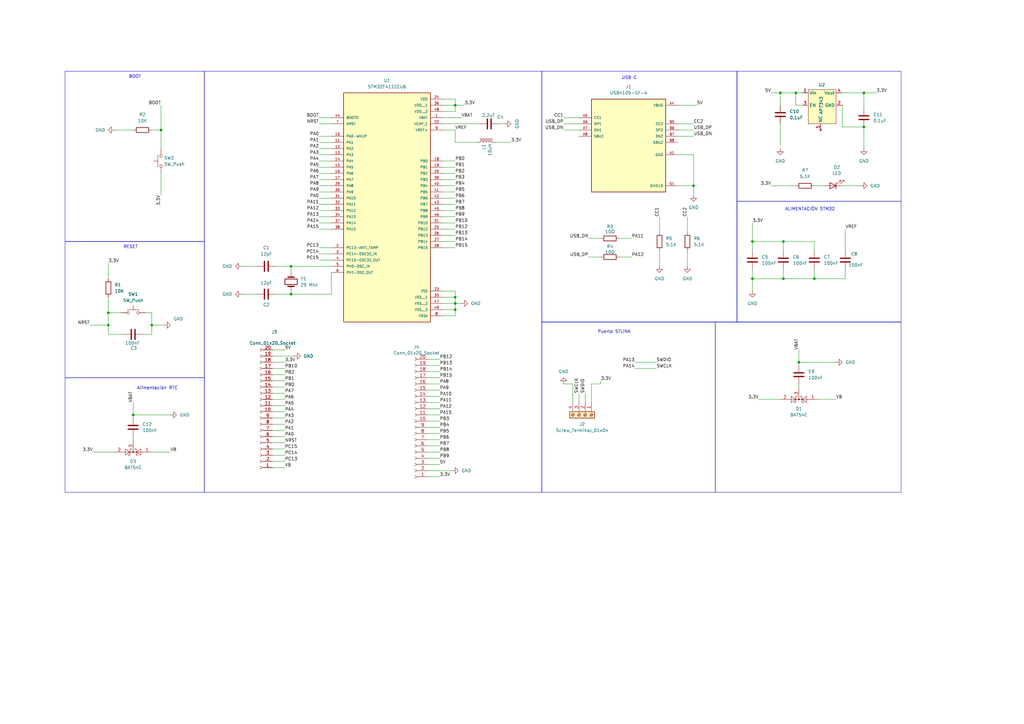
<source format=kicad_sch>
(kicad_sch (version 20231120) (generator "eeschema") (generator_version "8.0")
  (paper "A3")
  (lib_symbols
    (symbol "Connector:Conn_01x20_Socket" (pin_names (offset 1.016) hide)
      (property "Reference" "J" (at 0 25.4 0))
      (property "Value" "Conn_01x20_Socket" (at 0 -27.94 0))
      (symbol "Conn_01x20_Socket_1_1"
        (arc (start 0 -24.892) (mid -0.5058 -25.4) (end 0 -25.908) (stroke (width 0.1524)))
        (arc (start 0 -22.352) (mid -0.5058 -22.86) (end 0 -23.368) (stroke (width 0.1524)))
        (arc (start 0 -19.812) (mid -0.5058 -20.32) (end 0 -20.828) (stroke (width 0.1524)))
        (arc (start 0 -17.272) (mid -0.5058 -17.78) (end 0 -18.288) (stroke (width 0.1524)))
        (arc (start 0 -14.732) (mid -0.5058 -15.24) (end 0 -15.748) (stroke (width 0.1524)))
        (arc (start 0 -12.192) (mid -0.5058 -12.7) (end 0 -13.208) (stroke (width 0.1524)))
        (arc (start 0 -9.652) (mid -0.5058 -10.16) (end 0 -10.668) (stroke (width 0.1524)))
        (arc (start 0 -7.112) (mid -0.5058 -7.62) (end 0 -8.128) (stroke (width 0.1524)))
        (arc (start 0 -4.572) (mid -0.5058 -5.08) (end 0 -5.588) (stroke (width 0.1524)))
        (arc (start 0 -2.032) (mid -0.5058 -2.54) (end 0 -3.048) (stroke (width 0.1524)))
        (polyline (pts (xy -1.27 -25.4) (xy -0.508 -25.4)) (stroke (width 0.1524)))
        (polyline (pts (xy -1.27 -22.86) (xy -0.508 -22.86)) (stroke (width 0.1524)))
        (polyline (pts (xy -1.27 -20.32) (xy -0.508 -20.32)) (stroke (width 0.1524)))
        (polyline (pts (xy -1.27 -17.78) (xy -0.508 -17.78)) (stroke (width 0.1524)))
        (polyline (pts (xy -1.27 -15.24) (xy -0.508 -15.24)) (stroke (width 0.1524)))
        (polyline (pts (xy -1.27 -12.7) (xy -0.508 -12.7)) (stroke (width 0.1524)))
        (polyline (pts (xy -1.27 -10.16) (xy -0.508 -10.16)) (stroke (width 0.1524)))
        (polyline (pts (xy -1.27 -7.62) (xy -0.508 -7.62)) (stroke (width 0.1524)))
        (polyline (pts (xy -1.27 -5.08) (xy -0.508 -5.08)) (stroke (width 0.1524)))
        (polyline (pts (xy -1.27 -2.54) (xy -0.508 -2.54)) (stroke (width 0.1524)))
        (polyline (pts (xy -1.27 0) (xy -0.508 0)) (stroke (width 0.1524)))
        (polyline (pts (xy -1.27 2.54) (xy -0.508 2.54)) (stroke (width 0.1524)))
        (polyline (pts (xy -1.27 5.08) (xy -0.508 5.08)) (stroke (width 0.1524)))
        (polyline (pts (xy -1.27 7.62) (xy -0.508 7.62)) (stroke (width 0.1524)))
        (polyline (pts (xy -1.27 10.16) (xy -0.508 10.16)) (stroke (width 0.1524)))
        (polyline (pts (xy -1.27 12.7) (xy -0.508 12.7)) (stroke (width 0.1524)))
        (polyline (pts (xy -1.27 15.24) (xy -0.508 15.24)) (stroke (width 0.1524)))
        (polyline (pts (xy -1.27 17.78) (xy -0.508 17.78)) (stroke (width 0.1524)))
        (polyline (pts (xy -1.27 20.32) (xy -0.508 20.32)) (stroke (width 0.1524)))
        (polyline (pts (xy -1.27 22.86) (xy -0.508 22.86)) (stroke (width 0.1524)))
        (arc (start 0 0.508) (mid -0.5058 0) (end 0 -0.508) (stroke (width 0.1524)))
        (arc (start 0 3.048) (mid -0.5058 2.54) (end 0 2.032) (stroke (width 0.1524)))
        (arc (start 0 5.588) (mid -0.5058 5.08) (end 0 4.572) (stroke (width 0.1524)))
        (arc (start 0 8.128) (mid -0.5058 7.62) (end 0 7.112) (stroke (width 0.1524)))
        (arc (start 0 10.668) (mid -0.5058 10.16) (end 0 9.652) (stroke (width 0.1524)))
        (arc (start 0 13.208) (mid -0.5058 12.7) (end 0 12.192) (stroke (width 0.1524)))
        (arc (start 0 15.748) (mid -0.5058 15.24) (end 0 14.732) (stroke (width 0.1524)))
        (arc (start 0 18.288) (mid -0.5058 17.78) (end 0 17.272) (stroke (width 0.1524)))
        (arc (start 0 20.828) (mid -0.5058 20.32) (end 0 19.812) (stroke (width 0.1524)))
        (arc (start 0 23.368) (mid -0.5058 22.86) (end 0 22.352) (stroke (width 0.1524)))
        (pin passive line (at -5.08 22.86 0) (length 3.81) (name "Pin_1") (number "1"))
        (pin passive line (at -5.08 0 0) (length 3.81) (name "Pin_10") (number "10"))
        (pin passive line (at -5.08 -2.54 0) (length 3.81) (name "Pin_11") (number "11"))
        (pin passive line (at -5.08 -5.08 0) (length 3.81) (name "Pin_12") (number "12"))
        (pin passive line (at -5.08 -7.62 0) (length 3.81) (name "Pin_13") (number "13"))
        (pin passive line (at -5.08 -10.16 0) (length 3.81) (name "Pin_14") (number "14"))
        (pin passive line (at -5.08 -12.7 0) (length 3.81) (name "Pin_15") (number "15"))
        (pin passive line (at -5.08 -15.24 0) (length 3.81) (name "Pin_16") (number "16"))
        (pin passive line (at -5.08 -17.78 0) (length 3.81) (name "Pin_17") (number "17"))
        (pin passive line (at -5.08 -20.32 0) (length 3.81) (name "Pin_18") (number "18"))
        (pin passive line (at -5.08 -22.86 0) (length 3.81) (name "Pin_19") (number "19"))
        (pin passive line (at -5.08 20.32 0) (length 3.81) (name "Pin_2") (number "2"))
        (pin passive line (at -5.08 -25.4 0) (length 3.81) (name "Pin_20") (number "20"))
        (pin passive line (at -5.08 17.78 0) (length 3.81) (name "Pin_3") (number "3"))
        (pin passive line (at -5.08 15.24 0) (length 3.81) (name "Pin_4") (number "4"))
        (pin passive line (at -5.08 12.7 0) (length 3.81) (name "Pin_5") (number "5"))
        (pin passive line (at -5.08 10.16 0) (length 3.81) (name "Pin_6") (number "6"))
        (pin passive line (at -5.08 7.62 0) (length 3.81) (name "Pin_7") (number "7"))
        (pin passive line (at -5.08 5.08 0) (length 3.81) (name "Pin_8") (number "8"))
        (pin passive line (at -5.08 2.54 0) (length 3.81) (name "Pin_9") (number "9"))
      )
    )
    (symbol "Connector:Screw_Terminal_01x04" (pin_names (offset 1.016) hide)
      (property "Reference" "J" (at 0 5.08 0))
      (property "Value" "Screw_Terminal_01x04" (at 0 -7.62 0))
      (symbol "Screw_Terminal_01x04_1_1"
        (rectangle (start -1.27 3.81) (end 1.27 -6.35) (stroke (width 0.254)) (fill (type background)))
        (circle (center 0 -5.08) (radius 0.635) (stroke (width 0.1524)))
        (circle (center 0 -2.54) (radius 0.635) (stroke (width 0.1524)))
        (polyline (pts (xy -0.5334 -4.7498) (xy 0.3302 -5.588)) (stroke (width 0.1524)))
        (polyline (pts (xy -0.5334 -2.2098) (xy 0.3302 -3.048)) (stroke (width 0.1524)))
        (polyline (pts (xy -0.5334 0.3302) (xy 0.3302 -0.508)) (stroke (width 0.1524)))
        (polyline (pts (xy -0.5334 2.8702) (xy 0.3302 2.032)) (stroke (width 0.1524)))
        (polyline (pts (xy -0.3556 -4.572) (xy 0.508 -5.4102)) (stroke (width 0.1524)))
        (polyline (pts (xy -0.3556 -2.032) (xy 0.508 -2.8702)) (stroke (width 0.1524)))
        (polyline (pts (xy -0.3556 0.508) (xy 0.508 -0.3302)) (stroke (width 0.1524)))
        (polyline (pts (xy -0.3556 3.048) (xy 0.508 2.2098)) (stroke (width 0.1524)))
        (circle (center 0 0) (radius 0.635) (stroke (width 0.1524)))
        (circle (center 0 2.54) (radius 0.635) (stroke (width 0.1524)))
        (pin passive line (at -5.08 2.54 0) (length 3.81) (name "Pin_1") (number "1"))
        (pin passive line (at -5.08 0 0) (length 3.81) (name "Pin_2") (number "2"))
        (pin passive line (at -5.08 -2.54 0) (length 3.81) (name "Pin_3") (number "3"))
        (pin passive line (at -5.08 -5.08 0) (length 3.81) (name "Pin_4") (number "4"))
      )
    )
    (symbol "Device:C" (pin_numbers hide) (pin_names (offset 0.254))
      (property "Reference" "C" (at 0.635 2.54 0))
      (property "Value" "C" (at 0.635 -2.54 0))
      (symbol "C_0_1"
        (polyline (pts (xy -2.032 -0.762) (xy 2.032 -0.762)) (stroke (width 0.508)))
        (polyline (pts (xy -2.032 0.762) (xy 2.032 0.762)) (stroke (width 0.508)))
      )
      (symbol "C_1_1"
        (pin passive line (at 0 3.81 270) (length 2.794) (name "~") (number "1"))
        (pin passive line (at 0 -3.81 90) (length 2.794) (name "~") (number "2"))
      )
    )
    (symbol "Device:Crystal" (pin_numbers hide) (pin_names (offset 1.016) hide)
      (property "Reference" "Y" (at 0 3.81 0))
      (property "Value" "Crystal" (at 0 -3.81 0))
      (symbol "Crystal_0_1"
        (rectangle (start -1.143 2.54) (end 1.143 -2.54) (stroke (width 0.3048)))
        (polyline (pts (xy -2.54 0) (xy -1.905 0)))
        (polyline (pts (xy -1.905 -1.27) (xy -1.905 1.27)) (stroke (width 0.508)))
        (polyline (pts (xy 1.905 -1.27) (xy 1.905 1.27)) (stroke (width 0.508)))
        (polyline (pts (xy 2.54 0) (xy 1.905 0)))
      )
      (symbol "Crystal_1_1"
        (pin passive line (at -3.81 0 0) (length 1.27) (name "1") (number "1"))
        (pin passive line (at 3.81 0 180) (length 1.27) (name "2") (number "2"))
      )
    )
    (symbol "Device:LED" (pin_numbers hide) (pin_names (offset 1.016) hide)
      (property "Reference" "D" (at 0 2.54 0))
      (property "Value" "LED" (at 0 -2.54 0))
      (symbol "LED_0_1"
        (polyline (pts (xy -1.27 -1.27) (xy -1.27 1.27)) (stroke (width 0.254)))
        (polyline (pts (xy -1.27 0) (xy 1.27 0)))
        (polyline (pts (xy 1.27 -1.27) (xy 1.27 1.27) (xy -1.27 0) (xy 1.27 -1.27)) (stroke (width 0.254)))
        (polyline (pts (xy -3.048 -0.762) (xy -4.572 -2.286) (xy -3.81 -2.286) (xy -4.572 -2.286) (xy -4.572 -1.524)))
        (polyline (pts (xy -1.778 -0.762) (xy -3.302 -2.286) (xy -2.54 -2.286) (xy -3.302 -2.286) (xy -3.302 -1.524)))
      )
      (symbol "LED_1_1"
        (pin passive line (at -3.81 0 0) (length 2.54) (name "K") (number "1"))
        (pin passive line (at 3.81 0 180) (length 2.54) (name "A") (number "2"))
      )
    )
    (symbol "Device:L_Iron" (pin_numbers hide) (pin_names (offset 1.016) hide)
      (property "Reference" "L" (at -1.27 0 90))
      (property "Value" "L_Iron" (at 2.794 0 90))
      (symbol "L_Iron_0_1"
        (arc (start 0 -2.54) (mid 0.6323 -1.905) (end 0 -1.27))
        (arc (start 0 -1.27) (mid 0.6323 -0.635) (end 0 0))
        (polyline (pts (xy 1.016 2.54) (xy 1.016 -2.54)))
        (polyline (pts (xy 1.524 -2.54) (xy 1.524 2.54)))
        (arc (start 0 0) (mid 0.6323 0.635) (end 0 1.27))
        (arc (start 0 1.27) (mid 0.6323 1.905) (end 0 2.54))
      )
      (symbol "L_Iron_1_1"
        (pin passive line (at 0 3.81 270) (length 1.27) (name "1") (number "1"))
        (pin passive line (at 0 -3.81 90) (length 1.27) (name "2") (number "2"))
      )
    )
    (symbol "Device:R" (pin_numbers hide) (pin_names (offset 0))
      (property "Reference" "R" (at 2.032 0 90))
      (property "Value" "R" (at 0 0 90))
      (symbol "R_0_1"
        (rectangle (start -1.016 -2.54) (end 1.016 2.54) (stroke (width 0.254)))
      )
      (symbol "R_1_1"
        (pin passive line (at 0 3.81 270) (length 1.27) (name "~") (number "1"))
        (pin passive line (at 0 -3.81 90) (length 1.27) (name "~") (number "2"))
      )
    )
    (symbol "Diode:BAT54C" (pin_names (offset 1.016))
      (property "Reference" "D" (at 0.635 -3.81 0))
      (property "Value" "BAT54C" (at -6.35 3.175 0))
      (symbol "BAT54C_0_1"
        (polyline (pts (xy -1.905 0) (xy 1.905 0)))
        (polyline (pts (xy -1.905 1.27) (xy -1.905 1.016)))
        (polyline (pts (xy -1.27 -1.27) (xy -0.635 -1.27)))
        (polyline (pts (xy -1.27 0) (xy -3.81 0)))
        (polyline (pts (xy -1.27 1.27) (xy -1.905 1.27)))
        (polyline (pts (xy -1.27 1.27) (xy -1.27 -1.27)))
        (polyline (pts (xy -0.635 -1.27) (xy -0.635 -1.016)))
        (polyline (pts (xy 0.635 -1.27) (xy 0.635 -1.016)))
        (polyline (pts (xy 1.27 -1.27) (xy 0.635 -1.27)))
        (polyline (pts (xy 1.27 1.27) (xy 1.27 -1.27)))
        (polyline (pts (xy 1.27 1.27) (xy 1.905 1.27)))
        (polyline (pts (xy 1.905 1.27) (xy 1.905 1.016)))
        (polyline (pts (xy 3.81 0) (xy 1.27 0)))
        (polyline (pts (xy -3.175 -1.27) (xy -3.175 1.27) (xy -1.27 0) (xy -3.175 -1.27)))
        (polyline (pts (xy 3.175 -1.27) (xy 3.175 1.27) (xy 1.27 0) (xy 3.175 -1.27)))
        (circle (center 0 0) (radius 0.254) (fill (type outline)))
      )
      (symbol "BAT54C_1_1"
        (pin passive line (at -7.62 0 0) (length 3.81) (name "~") (number "1"))
        (pin passive line (at 7.62 0 180) (length 3.81) (name "~") (number "2"))
        (pin passive line (at 0 -5.08 90) (length 5.08) (name "~") (number "3"))
      )
    )
    (symbol "STM32F411:STM32F411CEU6" (pin_names (offset 1.016))
      (property "Reference" "U" (at -17.78 43.688 0))
      (property "Value" "STM32F411CEU6" (at -17.78 -53.34 0))
      (symbol "STM32F411CEU6_0_0"
        (rectangle (start -17.78 -50.8) (end 17.78 43.18) (stroke (width 0.254)) (fill (type background)))
        (pin power_in line (at 22.86 33.02 180) (length 5.08) (name "VBAT") (number "1"))
        (pin bidirectional line (at -22.86 25.4 0) (length 5.08) (name "PA0-WKUP") (number "10"))
        (pin bidirectional line (at -22.86 22.86 0) (length 5.08) (name "PA1") (number "11"))
        (pin bidirectional line (at -22.86 20.32 0) (length 5.08) (name "PA2") (number "12"))
        (pin bidirectional line (at -22.86 17.78 0) (length 5.08) (name "PA3") (number "13"))
        (pin bidirectional line (at -22.86 15.24 0) (length 5.08) (name "PA4") (number "14"))
        (pin bidirectional line (at -22.86 12.7 0) (length 5.08) (name "PA5") (number "15"))
        (pin bidirectional line (at -22.86 10.16 0) (length 5.08) (name "PA6") (number "16"))
        (pin bidirectional line (at -22.86 7.62 0) (length 5.08) (name "PA7") (number "17"))
        (pin bidirectional line (at 22.86 15.24 180) (length 5.08) (name "PB0") (number "18"))
        (pin bidirectional line (at 22.86 12.7 180) (length 5.08) (name "PB1") (number "19"))
        (pin bidirectional line (at -22.86 -20.32 0) (length 5.08) (name "PC13-ANTI_TAMP") (number "2"))
        (pin bidirectional line (at 22.86 10.16 180) (length 5.08) (name "PB2") (number "20"))
        (pin bidirectional line (at 22.86 -10.16 180) (length 5.08) (name "PB10") (number "21"))
        (pin power_in line (at 22.86 30.48 180) (length 5.08) (name "VCAP_1") (number "22"))
        (pin power_in line (at 22.86 -38.1 180) (length 5.08) (name "VSS") (number "23"))
        (pin power_in line (at 22.86 40.64 180) (length 5.08) (name "VDD") (number "24"))
        (pin bidirectional line (at 22.86 -12.7 180) (length 5.08) (name "PB12") (number "25"))
        (pin bidirectional line (at 22.86 -15.24 180) (length 5.08) (name "PB13") (number "26"))
        (pin bidirectional line (at 22.86 -17.78 180) (length 5.08) (name "PB14") (number "27"))
        (pin bidirectional line (at 22.86 -20.32 180) (length 5.08) (name "PB15") (number "28"))
        (pin bidirectional line (at -22.86 5.08 0) (length 5.08) (name "PA8") (number "29"))
        (pin bidirectional line (at -22.86 -22.86 0) (length 5.08) (name "PC14-OSC32_IN") (number "3"))
        (pin bidirectional line (at -22.86 2.54 0) (length 5.08) (name "PA9") (number "30"))
        (pin bidirectional line (at -22.86 0 0) (length 5.08) (name "PA10") (number "31"))
        (pin bidirectional line (at -22.86 -2.54 0) (length 5.08) (name "PA11") (number "32"))
        (pin bidirectional line (at -22.86 -5.08 0) (length 5.08) (name "PA12") (number "33"))
        (pin bidirectional line (at -22.86 -7.62 0) (length 5.08) (name "PA13") (number "34"))
        (pin power_in line (at 22.86 -40.64 180) (length 5.08) (name "VSS__1") (number "35"))
        (pin power_in line (at 22.86 38.1 180) (length 5.08) (name "VDD__1") (number "36"))
        (pin bidirectional line (at -22.86 -10.16 0) (length 5.08) (name "PA14") (number "37"))
        (pin bidirectional line (at -22.86 -12.7 0) (length 5.08) (name "PA15") (number "38"))
        (pin bidirectional line (at 22.86 7.62 180) (length 5.08) (name "PB3") (number "39"))
        (pin bidirectional line (at -22.86 -25.4 0) (length 5.08) (name "PC15-OSC32_OUT") (number "4"))
        (pin bidirectional line (at 22.86 5.08 180) (length 5.08) (name "PB4") (number "40"))
        (pin bidirectional line (at 22.86 2.54 180) (length 5.08) (name "PB5") (number "41"))
        (pin bidirectional line (at 22.86 0 180) (length 5.08) (name "PB6") (number "42"))
        (pin bidirectional line (at 22.86 -2.54 180) (length 5.08) (name "PB7") (number "43"))
        (pin input line (at -22.86 33.02 0) (length 5.08) (name "BOOT0") (number "44"))
        (pin bidirectional line (at 22.86 -5.08 180) (length 5.08) (name "PB8") (number "45"))
        (pin bidirectional line (at 22.86 -7.62 180) (length 5.08) (name "PB9") (number "46"))
        (pin power_in line (at 22.86 -43.18 180) (length 5.08) (name "VSS__2") (number "47"))
        (pin power_in line (at 22.86 35.56 180) (length 5.08) (name "VDD__2") (number "48"))
        (pin power_in line (at 22.86 -45.72 180) (length 5.08) (name "VSS__3") (number "49"))
        (pin bidirectional line (at -22.86 -27.94 0) (length 5.08) (name "PH0-OSC_IN") (number "5"))
        (pin bidirectional line (at -22.86 -30.48 0) (length 5.08) (name "PH1-OSC_OUT") (number "6"))
        (pin bidirectional line (at -22.86 30.48 0) (length 5.08) (name "NRST") (number "7"))
        (pin power_in line (at 22.86 -48.26 180) (length 5.08) (name "VSSA") (number "8"))
        (pin power_in line (at 22.86 27.94 180) (length 5.08) (name "VREF+") (number "9"))
      )
    )
    (symbol "Switch:SW_Push" (pin_numbers hide) (pin_names (offset 1.016) hide)
      (property "Reference" "SW" (at 1.27 2.54 0))
      (property "Value" "SW_Push" (at 0 -1.524 0))
      (symbol "SW_Push_0_1"
        (circle (center -2.032 0) (radius 0.508))
        (polyline (pts (xy 0 1.27) (xy 0 3.048)))
        (polyline (pts (xy 2.54 1.27) (xy -2.54 1.27)))
        (circle (center 2.032 0) (radius 0.508))
        (pin passive line (at -5.08 0 0) (length 2.54) (name "1") (number "1"))
        (pin passive line (at 5.08 0 180) (length 2.54) (name "2") (number "2"))
      )
    )
    (symbol "USB_TYPE_C:USB4105-GF-A" (pin_names (offset 1.016))
      (property "Reference" "J" (at -15.24 13.97 0))
      (property "Value" "USB4105-GF-A" (at -15.24 -27.94 0))
      (symbol "USB4105-GF-A_0_0"
        (rectangle (start -15.24 -25.4) (end 15.24 12.7) (stroke (width 0.254)) (fill (type background)))
        (pin bidirectional line (at -20.32 5.08 0) (length 5.08) (name "CC1") (number "A5"))
        (pin bidirectional line (at -20.32 2.54 0) (length 5.08) (name "DP1") (number "A6"))
        (pin bidirectional line (at -20.32 0 0) (length 5.08) (name "DN1") (number "A7"))
        (pin bidirectional line (at -20.32 -2.54 0) (length 5.08) (name "SBU1") (number "A8"))
        (pin bidirectional line (at 20.32 2.54 180) (length 5.08) (name "CC2") (number "B5"))
        (pin bidirectional line (at 20.32 0 180) (length 5.08) (name "DP2") (number "B6"))
        (pin bidirectional line (at 20.32 -2.54 180) (length 5.08) (name "DN2") (number "B7"))
        (pin bidirectional line (at 20.32 -5.08 180) (length 5.08) (name "SBU2") (number "B8"))
      )
      (symbol "USB4105-GF-A_1_0"
        (pin power_in line (at 20.32 -10.16 180) (length 5.08) (name "GND") (number "A1"))
        (pin power_in line (at 20.32 10.16 180) (length 5.08) (name "VBUS") (number "A4"))
        (pin power_in line (at 20.32 -22.86 180) (length 5.08) (name "SHIELD") (number "S1"))
      )
    )
    (symbol "ap7343:AP7343"
      (property "Reference" "U" (at 3.048 -0.508 0))
      (property "Value" "AP7343" (at 2.794 -8.89 90))
      (symbol "AP7343_0_1"
        (rectangle (start -2.54 -2.54) (end 8.89 -16.51) (fill (type background)))
      )
      (symbol "AP7343_1_1"
        (pin passive line (at -5.08 -3.81 0) (length 2.54) (name "Vin") (number "1"))
        (pin passive line (at 11.43 -8.89 180) (length 2.54) (name "GND") (number "2"))
        (pin passive line (at -5.08 -8.89 0) (length 2.54) (name "EN") (number "3"))
        (pin passive line (at 11.43 -3.81 180) (length 2.54) (name "Vout") (number "4"))
        (pin no_connect line (at 2.54 -19.05 90) (length 2.54) (name "NC") (number "5"))
      )
    )
    (symbol "power:GND" (power) (pin_numbers hide) (pin_names (offset 0) hide)
      (property "Value" "GND" (at 0 -3.81 0))
      (symbol "GND_0_1"
        (polyline (pts (xy 0 0) (xy 0 -1.27) (xy 1.27 -1.27) (xy 0 -2.54) (xy -1.27 -1.27) (xy 0 -1.27)))
      )
      (symbol "GND_1_1"
        (pin power_in line (at 0 0 270) (length 0) (name "~") (number "1"))
      )
    )
  )
  (junction (at 186.69 127))
  (junction (at 327.66 148.59))
  (junction (at 66.04 53.34))
  (junction (at 334.01 114.3))
  (junction (at 308.61 99.06))
  (junction (at 62.23 133.35))
  (junction (at 54.61 170.18))
  (junction (at 119.38 120.65))
  (junction (at 354.33 52.07))
  (junction (at 308.61 114.3))
  (junction (at 186.69 124.46))
  (junction (at 186.69 43.18))
  (junction (at 321.31 114.3))
  (junction (at 284.48 76.2))
  (junction (at 320.04 38.1))
  (junction (at 186.69 121.92))
  (junction (at 44.45 128.27))
  (junction (at 354.33 38.1))
  (junction (at 321.31 99.06))
  (junction (at 119.38 109.22))
  (junction (at 44.45 133.35))
  (junction (at 326.39 38.1))
  (wire (pts (xy 99.06 109.22) (xy 105.41 109.22)))
  (wire (pts (xy 54.61 171.45) (xy 54.61 170.18)))
  (wire (pts (xy 44.45 133.35) (xy 44.45 137.16)))
  (wire (pts (xy 38.1 185.42) (xy 46.99 185.42)))
  (wire (pts (xy 181.61 121.92) (xy 186.69 121.92)))
  (wire (pts (xy 278.13 55.88) (xy 284.48 55.88)))
  (wire (pts (xy 130.81 88.9) (xy 135.89 88.9)))
  (wire (pts (xy 181.61 73.66) (xy 186.69 73.66)))
  (wire (pts (xy 175.26 149.86) (xy 180.34 149.86)))
  (wire (pts (xy 175.26 172.72) (xy 180.34 172.72)))
  (wire (pts (xy 130.81 93.98) (xy 135.89 93.98)))
  (wire (pts (xy 130.81 73.66) (xy 135.89 73.66)))
  (wire (pts (xy 175.26 170.18) (xy 180.34 170.18)))
  (wire (pts (xy 119.38 109.22) (xy 119.38 111.76)))
  (wire (pts (xy 186.69 121.92) (xy 186.69 124.46)))
  (wire (pts (xy 186.69 119.38) (xy 186.69 121.92)))
  (wire (pts (xy 237.49 161.29) (xy 237.49 165.1)))
  (wire (pts (xy 181.61 83.82) (xy 186.69 83.82)))
  (wire (pts (xy 181.61 99.06) (xy 186.69 99.06)))
  (wire (pts (xy 181.61 101.6) (xy 186.69 101.6)))
  (wire (pts (xy 231.14 53.34) (xy 237.49 53.34)))
  (wire (pts (xy 111.76 163.83) (xy 116.84 163.83)))
  (wire (pts (xy 130.81 76.2) (xy 135.89 76.2)))
  (wire (pts (xy 308.61 91.44) (xy 308.61 99.06)))
  (wire (pts (xy 181.61 127) (xy 186.69 127)))
  (wire (pts (xy 327.66 148.59) (xy 342.9 148.59)))
  (wire (pts (xy 246.38 157.48) (xy 242.57 157.48)))
  (wire (pts (xy 66.04 71.12) (xy 66.04 80.01)))
  (wire (pts (xy 66.04 43.18) (xy 66.04 53.34)))
  (wire (pts (xy 175.26 154.94) (xy 180.34 154.94)))
  (wire (pts (xy 270.51 102.87) (xy 270.51 109.22)))
  (wire (pts (xy 175.26 165.1) (xy 180.34 165.1)))
  (wire (pts (xy 181.61 88.9) (xy 186.69 88.9)))
  (wire (pts (xy 335.28 163.83) (xy 342.9 163.83)))
  (wire (pts (xy 181.61 53.34) (xy 186.69 53.34)))
  (wire (pts (xy 130.81 63.5) (xy 135.89 63.5)))
  (wire (pts (xy 54.61 179.07) (xy 54.61 180.34)))
  (wire (pts (xy 130.81 48.26) (xy 135.89 48.26)))
  (wire (pts (xy 181.61 71.12) (xy 186.69 71.12)))
  (wire (pts (xy 130.81 91.44) (xy 135.89 91.44)))
  (wire (pts (xy 111.76 151.13) (xy 116.84 151.13)))
  (wire (pts (xy 231.14 157.48) (xy 234.95 157.48)))
  (wire (pts (xy 111.76 143.51) (xy 116.84 143.51)))
  (wire (pts (xy 260.35 148.59) (xy 269.24 148.59)))
  (wire (pts (xy 327.66 143.51) (xy 327.66 148.59)))
  (wire (pts (xy 346.71 93.98) (xy 346.71 102.87)))
  (wire (pts (xy 327.66 157.48) (xy 327.66 158.75)))
  (wire (pts (xy 345.44 43.18) (xy 345.44 52.07)))
  (wire (pts (xy 130.81 86.36) (xy 135.89 86.36)))
  (wire (pts (xy 281.94 102.87) (xy 281.94 109.22)))
  (wire (pts (xy 54.61 170.18) (xy 69.85 170.18)))
  (wire (pts (xy 113.03 120.65) (xy 119.38 120.65)))
  (wire (pts (xy 130.81 81.28) (xy 135.89 81.28)))
  (wire (pts (xy 44.45 128.27) (xy 44.45 133.35)))
  (wire (pts (xy 254 97.79) (xy 259.08 97.79)))
  (wire (pts (xy 175.26 185.42) (xy 180.34 185.42)))
  (wire (pts (xy 320.04 50.8) (xy 320.04 59.69)))
  (wire (pts (xy 181.61 91.44) (xy 186.69 91.44)))
  (wire (pts (xy 231.14 48.26) (xy 237.49 48.26)))
  (wire (pts (xy 111.76 153.67) (xy 116.84 153.67)))
  (wire (pts (xy 111.76 179.07) (xy 116.84 179.07)))
  (wire (pts (xy 62.23 53.34) (xy 66.04 53.34)))
  (wire (pts (xy 320.04 38.1) (xy 320.04 43.18)))
  (wire (pts (xy 175.26 152.4) (xy 180.34 152.4)))
  (wire (pts (xy 181.61 124.46) (xy 186.69 124.46)))
  (wire (pts (xy 234.95 157.48) (xy 234.95 165.1)))
  (wire (pts (xy 311.15 163.83) (xy 320.04 163.83)))
  (wire (pts (xy 326.39 38.1) (xy 326.39 43.18)))
  (wire (pts (xy 278.13 63.5) (xy 284.48 63.5)))
  (wire (pts (xy 130.81 55.88) (xy 135.89 55.88)))
  (wire (pts (xy 135.89 111.76) (xy 135.89 120.65)))
  (wire (pts (xy 281.94 88.9) (xy 281.94 95.25)))
  (wire (pts (xy 308.61 114.3) (xy 321.31 114.3)))
  (wire (pts (xy 181.61 129.54) (xy 186.69 129.54)))
  (wire (pts (xy 308.61 99.06) (xy 321.31 99.06)))
  (wire (pts (xy 119.38 109.22) (xy 135.89 109.22)))
  (wire (pts (xy 130.81 60.96) (xy 135.89 60.96)))
  (wire (pts (xy 181.61 86.36) (xy 186.69 86.36)))
  (wire (pts (xy 111.76 158.75) (xy 116.84 158.75)))
  (wire (pts (xy 181.61 40.64) (xy 186.69 40.64)))
  (wire (pts (xy 59.69 128.27) (xy 62.23 128.27)))
  (wire (pts (xy 130.81 68.58) (xy 135.89 68.58)))
  (wire (pts (xy 181.61 93.98) (xy 186.69 93.98)))
  (wire (pts (xy 186.69 124.46) (xy 186.69 127)))
  (wire (pts (xy 308.61 114.3) (xy 308.61 119.38)))
  (wire (pts (xy 181.61 45.72) (xy 186.69 45.72)))
  (wire (pts (xy 175.26 160.02) (xy 180.34 160.02)))
  (wire (pts (xy 231.14 50.8) (xy 237.49 50.8)))
  (wire (pts (xy 111.76 146.05) (xy 120.65 146.05)))
  (wire (pts (xy 50.8 137.16) (xy 44.45 137.16)))
  (wire (pts (xy 278.13 76.2) (xy 284.48 76.2)))
  (wire (pts (xy 130.81 101.6) (xy 135.89 101.6)))
  (wire (pts (xy 111.76 171.45) (xy 116.84 171.45)))
  (wire (pts (xy 62.23 133.35) (xy 67.31 133.35)))
  (wire (pts (xy 278.13 43.18) (xy 285.75 43.18)))
  (wire (pts (xy 62.23 133.35) (xy 62.23 128.27)))
  (wire (pts (xy 326.39 38.1) (xy 328.93 38.1)))
  (wire (pts (xy 278.13 53.34) (xy 284.48 53.34)))
  (wire (pts (xy 181.61 81.28) (xy 186.69 81.28)))
  (wire (pts (xy 254 105.41) (xy 259.08 105.41)))
  (wire (pts (xy 241.3 97.79) (xy 246.38 97.79)))
  (wire (pts (xy 130.81 58.42) (xy 135.89 58.42)))
  (wire (pts (xy 186.69 53.34) (xy 186.69 58.42)))
  (wire (pts (xy 181.61 68.58) (xy 186.69 68.58)))
  (wire (pts (xy 181.61 66.04) (xy 186.69 66.04)))
  (wire (pts (xy 175.26 180.34) (xy 180.34 180.34)))
  (wire (pts (xy 58.42 137.16) (xy 62.23 137.16)))
  (wire (pts (xy 99.06 120.65) (xy 105.41 120.65)))
  (wire (pts (xy 181.61 78.74) (xy 186.69 78.74)))
  (wire (pts (xy 175.26 157.48) (xy 180.34 157.48)))
  (wire (pts (xy 308.61 110.49) (xy 308.61 114.3)))
  (wire (pts (xy 354.33 38.1) (xy 354.33 44.45)))
  (wire (pts (xy 175.26 175.26) (xy 180.34 175.26)))
  (wire (pts (xy 36.83 133.35) (xy 44.45 133.35)))
  (wire (pts (xy 46.99 53.34) (xy 54.61 53.34)))
  (wire (pts (xy 308.61 99.06) (xy 308.61 102.87)))
  (wire (pts (xy 186.69 43.18) (xy 190.5 43.18)))
  (wire (pts (xy 119.38 119.38) (xy 119.38 120.65)))
  (wire (pts (xy 175.26 190.5) (xy 180.34 190.5)))
  (wire (pts (xy 334.01 114.3) (xy 346.71 114.3)))
  (wire (pts (xy 44.45 107.95) (xy 44.45 114.3)))
  (wire (pts (xy 175.26 182.88) (xy 180.34 182.88)))
  (wire (pts (xy 130.81 106.68) (xy 135.89 106.68)))
  (wire (pts (xy 175.26 147.32) (xy 180.34 147.32)))
  (wire (pts (xy 175.26 193.04) (xy 185.42 193.04)))
  (wire (pts (xy 186.69 124.46) (xy 189.23 124.46)))
  (wire (pts (xy 321.31 99.06) (xy 334.01 99.06)))
  (wire (pts (xy 130.81 78.74) (xy 135.89 78.74)))
  (wire (pts (xy 44.45 128.27) (xy 49.53 128.27)))
  (wire (pts (xy 130.81 104.14) (xy 135.89 104.14)))
  (wire (pts (xy 278.13 50.8) (xy 284.48 50.8)))
  (wire (pts (xy 345.44 52.07) (xy 354.33 52.07)))
  (wire (pts (xy 354.33 38.1) (xy 359.41 38.1)))
  (wire (pts (xy 321.31 102.87) (xy 321.31 99.06)))
  (wire (pts (xy 181.61 50.8) (xy 196.85 50.8)))
  (wire (pts (xy 241.3 105.41) (xy 246.38 105.41)))
  (wire (pts (xy 260.35 151.13) (xy 269.24 151.13)))
  (wire (pts (xy 111.76 168.91) (xy 116.84 168.91)))
  (wire (pts (xy 354.33 52.07) (xy 354.33 60.96)))
  (wire (pts (xy 130.81 50.8) (xy 135.89 50.8)))
  (wire (pts (xy 130.81 83.82) (xy 135.89 83.82)))
  (wire (pts (xy 203.2 58.42) (xy 209.55 58.42)))
  (wire (pts (xy 345.44 38.1) (xy 354.33 38.1)))
  (wire (pts (xy 111.76 156.21) (xy 116.84 156.21)))
  (wire (pts (xy 62.23 133.35) (xy 62.23 137.16)))
  (wire (pts (xy 175.26 187.96) (xy 180.34 187.96)))
  (wire (pts (xy 327.66 149.86) (xy 327.66 148.59)))
  (wire (pts (xy 204.47 50.8) (xy 207.01 50.8)))
  (wire (pts (xy 334.01 102.87) (xy 334.01 99.06)))
  (wire (pts (xy 111.76 148.59) (xy 116.84 148.59)))
  (wire (pts (xy 328.93 43.18) (xy 326.39 43.18)))
  (wire (pts (xy 284.48 63.5) (xy 284.48 76.2)))
  (wire (pts (xy 321.31 114.3) (xy 334.01 114.3)))
  (wire (pts (xy 186.69 40.64) (xy 186.69 43.18)))
  (wire (pts (xy 130.81 66.04) (xy 135.89 66.04)))
  (wire (pts (xy 320.04 38.1) (xy 326.39 38.1)))
  (wire (pts (xy 175.26 162.56) (xy 180.34 162.56)))
  (wire (pts (xy 246.38 156.21) (xy 246.38 157.48)))
  (wire (pts (xy 186.69 43.18) (xy 186.69 45.72)))
  (wire (pts (xy 316.23 38.1) (xy 320.04 38.1)))
  (wire (pts (xy 54.61 165.1) (xy 54.61 170.18)))
  (wire (pts (xy 195.58 58.42) (xy 186.69 58.42)))
  (wire (pts (xy 111.76 166.37) (xy 116.84 166.37)))
  (wire (pts (xy 111.76 186.69) (xy 116.84 186.69)))
  (wire (pts (xy 240.03 161.29) (xy 240.03 165.1)))
  (wire (pts (xy 345.44 76.2) (xy 353.06 76.2)))
  (wire (pts (xy 111.76 176.53) (xy 116.84 176.53)))
  (wire (pts (xy 62.23 185.42) (xy 69.85 185.42)))
  (wire (pts (xy 111.76 184.15) (xy 116.84 184.15)))
  (wire (pts (xy 181.61 119.38) (xy 186.69 119.38)))
  (wire (pts (xy 66.04 53.34) (xy 66.04 60.96)))
  (wire (pts (xy 346.71 110.49) (xy 346.71 114.3)))
  (wire (pts (xy 284.48 76.2) (xy 284.48 80.01)))
  (wire (pts (xy 334.01 110.49) (xy 334.01 114.3)))
  (wire (pts (xy 111.76 191.77) (xy 116.84 191.77)))
  (wire (pts (xy 111.76 181.61) (xy 116.84 181.61)))
  (wire (pts (xy 175.26 195.58) (xy 180.34 195.58)))
  (wire (pts (xy 186.69 127) (xy 186.69 129.54)))
  (wire (pts (xy 44.45 121.92) (xy 44.45 128.27)))
  (wire (pts (xy 175.26 177.8) (xy 180.34 177.8)))
  (wire (pts (xy 113.03 109.22) (xy 119.38 109.22)))
  (wire (pts (xy 181.61 96.52) (xy 186.69 96.52)))
  (wire (pts (xy 242.57 157.48) (xy 242.57 165.1)))
  (wire (pts (xy 111.76 161.29) (xy 116.84 161.29)))
  (wire (pts (xy 111.76 189.23) (xy 116.84 189.23)))
  (wire (pts (xy 181.61 76.2) (xy 186.69 76.2)))
  (wire (pts (xy 130.81 71.12) (xy 135.89 71.12)))
  (wire (pts (xy 270.51 88.9) (xy 270.51 95.25)))
  (wire (pts (xy 181.61 48.26) (xy 189.23 48.26)))
  (wire (pts (xy 321.31 114.3) (xy 321.31 110.49)))
  (wire (pts (xy 316.23 76.2) (xy 326.39 76.2)))
  (wire (pts (xy 334.01 76.2) (xy 337.82 76.2)))
  (wire (pts (xy 175.26 167.64) (xy 180.34 167.64)))
  (wire (pts (xy 111.76 173.99) (xy 116.84 173.99)))
  (wire (pts (xy 119.38 120.65) (xy 135.89 120.65)))
  (wire (pts (xy 181.61 43.18) (xy 186.69 43.18)))
  (rectangle (start 222.25 29.21) (end 302.26 132.08))
  (rectangle (start 302.26 29.21) (end 369.57 82.55))
  (rectangle (start 26.67 154.94) (end 83.82 201.93))
  (rectangle (start 26.67 29.21) (end 83.82 99.06))
  (rectangle (start 302.26 82.55) (end 369.57 132.08))
  (rectangle (start 83.82 29.21) (end 222.25 201.93))
  (rectangle (start 222.25 132.08) (end 293.37 201.93))
  (rectangle (start 26.67 99.06) (end 83.82 154.94))
  (rectangle (start 293.37 132.08) (end 369.57 201.93))
  (text "Alimentación RTC\n" (at 64.516 159.258 0) (effects (font (size 1.27 1.27))))
  (text "RESET\n" (at 53.594 101.346 0) (effects (font (size 1.27 1.27))))
  (text "Puerto STLINK\n" (at 251.968 136.144 0) (effects (font (size 1.27 1.27))))
  (text "BOOT\n" (at 55.372 31.496 0) (effects (font (size 1.27 1.27))))
  (text "ALIMENTACIÓN STM32\n" (at 332.232 85.852 0) (effects (font (size 1.27 1.27))))
  (text "USB C\n" (at 258.064 32.004 0) (effects (font (size 1.27 1.27))))
  (label "PA13" (at 260.35 148.59 180))
  (label "PB4" (at 186.69 76.2 0))
  (label "PA0" (at 130.81 55.88 180))
  (label "PB2" (at 116.84 153.67 0))
  (label "CC1" (at 270.51 88.9 90))
  (label "PA9" (at 130.81 78.74 180))
  (label "SWDIO" (at 240.03 161.29 90))
  (label "PB0" (at 116.84 158.75 0))
  (label "PB15" (at 186.69 101.6 0))
  (label "PA1" (at 130.81 58.42 180))
  (label "5V" (at 180.34 190.5 0))
  (label "PB0" (at 186.69 66.04 0))
  (label "PB2" (at 186.69 71.12 0))
  (label "PC13" (at 116.84 189.23 0))
  (label "PB6" (at 186.69 81.28 0))
  (label "PB8" (at 180.34 185.42 0))
  (label "PB9" (at 180.34 187.96 0))
  (label "PA6" (at 130.81 71.12 180))
  (label "PC14" (at 116.84 186.69 0))
  (label "PB7" (at 186.69 83.82 0))
  (label "PA12" (at 130.81 86.36 180))
  (label "3.3V" (at 116.84 148.59 0))
  (label "PA0" (at 116.84 179.07 0))
  (label "PA14" (at 130.81 91.44 180))
  (label "USB_DP" (at 241.3 105.41 180))
  (label "PB9" (at 186.69 88.9 0))
  (label "PC15" (at 130.81 106.68 180))
  (label "3.3V" (at 38.1 185.42 180))
  (label "PA9" (at 180.34 160.02 0))
  (label "3.3V" (at 246.38 156.21 0))
  (label "PA14" (at 260.35 151.13 180))
  (label "NRST" (at 116.84 181.61 0))
  (label "PB12" (at 186.69 93.98 0))
  (label "PA5" (at 130.81 68.58 180))
  (label "PB1" (at 116.84 156.21 0))
  (label "PB5" (at 186.69 78.74 0))
  (label "PA0" (at 130.81 81.28 180))
  (label "PB14" (at 186.69 99.06 0))
  (label "PA13" (at 130.81 88.9 180))
  (label "PA8" (at 130.81 76.2 180))
  (label "PA5" (at 116.84 166.37 0))
  (label "3.3V" (at 311.15 163.83 180))
  (label "PB7" (at 180.34 182.88 0))
  (label "5V" (at 116.84 143.51 0))
  (label "VB" (at 116.84 191.77 0))
  (label "PB8" (at 186.69 86.36 0))
  (label "PB12" (at 180.34 147.32 0))
  (label "NRST" (at 130.81 50.8 180))
  (label "PB15" (at 180.34 154.94 0))
  (label "PA7" (at 116.84 161.29 0))
  (label "PA3" (at 116.84 171.45 0))
  (label "BOOT" (at 66.04 43.18 180))
  (label "3.3V" (at 359.41 38.1 0))
  (label "VBAT" (at 327.66 143.51 90))
  (label "PA8" (at 180.34 157.48 0))
  (label "PA12" (at 180.34 167.64 0))
  (label "USB_DP" (at 231.14 50.8 180))
  (label "PA15" (at 180.34 170.18 0))
  (label "PB3" (at 180.34 172.72 0))
  (label "USB_DN" (at 284.48 55.88 0))
  (label "PA12" (at 259.08 105.41 0))
  (label "SWCLK" (at 237.49 161.29 90))
  (label "USB_DN" (at 241.3 97.79 180))
  (label "5V" (at 316.23 38.1 180))
  (label "PA4" (at 116.84 168.91 0))
  (label "PB10" (at 116.84 151.13 0))
  (label "3.3V" (at 190.5 43.18 0))
  (label "PA2" (at 130.81 60.96 180))
  (label "PB14" (at 180.34 152.4 0))
  (label "USB_DN" (at 231.14 53.34 180))
  (label "PC15" (at 116.84 184.15 0))
  (label "3.3V" (at 308.61 91.44 0))
  (label "PC14" (at 130.81 104.14 180))
  (label "SWDIO" (at 269.24 148.59 0))
  (label "PB13" (at 186.69 96.52 0))
  (label "BOOT" (at 130.81 48.26 180))
  (label "3.3V" (at 209.55 58.42 0))
  (label "PB10" (at 186.69 91.44 0))
  (label "PA1" (at 116.84 176.53 0))
  (label "3.3V" (at 180.34 195.58 0))
  (label "PA11" (at 180.34 165.1 0))
  (label "PA11" (at 130.81 83.82 180))
  (label "PB4" (at 180.34 175.26 0))
  (label "3.3V" (at 316.23 76.2 180))
  (label "USB_DP" (at 284.48 53.34 0))
  (label "PC13" (at 130.81 101.6 180))
  (label "PB6" (at 180.34 180.34 0))
  (label "PA2" (at 116.84 173.99 0))
  (label "CC2" (at 281.94 88.9 90))
  (label "VB" (at 69.85 185.42 0))
  (label "SWCLK" (at 269.24 151.13 0))
  (label "3.3V" (at 66.04 80.01 270))
  (label "PA4" (at 130.81 66.04 180))
  (label "PA6" (at 116.84 163.83 0))
  (label "PA3" (at 130.81 63.5 180))
  (label "VREF" (at 186.69 53.34 0))
  (label "PA10" (at 180.34 162.56 0))
  (label "PB13" (at 180.34 149.86 0))
  (label "VB" (at 342.9 163.83 0))
  (label "PB5" (at 180.34 177.8 0))
  (label "NRST" (at 36.83 133.35 180))
  (label "PB1" (at 186.69 68.58 0))
  (label "CC1" (at 231.14 48.26 180))
  (label "VBAT" (at 189.23 48.26 0))
  (label "5V" (at 285.75 43.18 0))
  (label "VBAT" (at 54.61 165.1 90))
  (label "PA7" (at 130.81 73.66 180))
  (label "VREF" (at 346.71 93.98 0))
  (label "3.3V" (at 44.45 107.95 0))
  (label "PB3" (at 186.69 73.66 0))
  (label "PA15" (at 130.81 93.98 180))
  (label "PA11" (at 259.08 97.79 0))
  (label "CC2" (at 284.48 50.8 0))
  (symbol (lib_id "power:GND") (at 99.06 109.22 270) (unit 1)
    (property "Reference" "#PWR01" (effects (hide yes)))
    (property "Value" "GND" (at 95.25 109.2199 90) (effects (justify right)))
    (property "Description" "Power symbol creates a global label with name \"GND\" , ground" (effects (hide yes)))
  )
  (symbol (lib_id "Device:C") (at 320.04 46.99 0) (unit 1)
    (property "Reference" "C10" (at 323.85 45.7199 0) (effects (justify left)))
    (property "Value" "0.1uF" (at 323.85 48.2599 0) (effects (justify left)))
    (property "Footprint" "Capacitor_SMD:C_0603_1608Metric_Pad1.08x0.95mm_HandSolder" (effects (hide yes)))
    (property "Description" "Unpolarized capacitor" (effects (hide yes)))
  )
  (symbol (lib_id "Device:R") (at 250.19 105.41 90) (unit 1)
    (property "Reference" "R4" (at 250.19 101.092 90))
    (property "Value" "10Ω" (at 250.19 103.378 90))
    (property "Footprint" "Resistor_SMD:R_0603_1608Metric_Pad0.98x0.95mm_HandSolder" (effects (hide yes)))
    (property "Description" "Resistor" (effects (hide yes)))
  )
  (symbol (lib_id "power:GND") (at 69.85 170.18 90) (unit 1)
    (property "Reference" "#PWR016" (effects (hide yes)))
    (property "Value" "GND" (at 73.66 170.1799 90) (effects (justify right)))
    (property "Description" "Power symbol creates a global label with name \"GND\" , ground" (effects (hide yes)))
  )
  (symbol (lib_id "power:GND") (at 185.42 193.04 90) (unit 1)
    (property "Reference" "#PWR019" (effects (hide yes)))
    (property "Value" "GND" (at 189.23 193.0399 90) (effects (justify right)))
    (property "Description" "Power symbol creates a global label with name \"GND\" , ground" (effects (hide yes)))
  )
  (symbol (lib_id "Device:LED") (at 341.63 76.2 180) (unit 1)
    (property "Reference" "D2" (at 343.2175 68.58 0))
    (property "Value" "LED" (at 343.2175 71.12 0))
    (property "Footprint" "LED_SMD:LED_0603_1608Metric" (effects (hide yes)))
    (property "Description" "Light emitting diode" (effects (hide yes)))
  )
  (symbol (lib_id "Device:C") (at 109.22 109.22 90) (unit 1)
    (property "Reference" "C1" (at 109.22 101.6 90))
    (property "Value" "12pF" (at 109.22 104.14 90))
    (property "Footprint" "Capacitor_SMD:C_0603_1608Metric_Pad1.08x0.95mm_HandSolder" (effects (hide yes)))
    (property "Description" "Unpolarized capacitor" (effects (hide yes)))
  )
  (symbol (lib_id "Connector:Conn_01x20_Socket") (at 106.68 168.91 180) (unit 1)
    (property "Reference" "J3" (at 112.522 136.144 0))
    (property "Value" "Conn_01x20_Socket" (at 111.76 140.716 0))
    (property "Footprint" "Connector_PinHeader_2.54mm:PinHeader_1x20_P2.54mm_Vertical" (effects (hide yes)))
    (property "Description" "Generic connector, single row, 01x20, script generated" (effects (hide yes)))
  )
  (symbol (lib_id "Device:C") (at 321.31 106.68 0) (unit 1)
    (property "Reference" "C6" (at 325.12 105.4099 0) (effects (justify left)))
    (property "Value" "100nF" (at 325.12 107.9499 0) (effects (justify left)))
    (property "Footprint" "Capacitor_SMD:C_0603_1608Metric_Pad1.08x0.95mm_HandSolder" (effects (hide yes)))
    (property "Datasheet" "https://content.kemet.com/datasheets/KEM_C1007_X8R_ULTRA_150C_SMD.pdf" (effects (hide yes)))
    (property "Description" "Unpolarized capacitor" (effects (hide yes)))
    (property "Manufacturer" "KEMET" (effects (hide yes)))
    (property "Unit price" "$0.10" (effects (hide yes)))
  )
  (symbol (lib_id "Connector:Screw_Terminal_01x04") (at 240.03 170.18 270) (unit 1)
    (property "Reference" "J2" (at 238.76 173.99 90))
    (property "Value" "Screw_Terminal_01x04" (at 238.76 176.53 90))
    (property "Footprint" "Connector_PinHeader_2.54mm:PinHeader_1x04_P2.54mm_Horizontal" (effects (hide yes)))
    (property "Description" "Generic screw terminal, single row, 01x04, script generated (kicad-library-utils/schlib/autogen/connector/)" (effects (hide yes)))
  )
  (symbol (lib_id "Device:C") (at 308.61 106.68 0) (unit 1)
    (property "Reference" "C5" (at 312.42 105.4099 0) (effects (justify left)))
    (property "Value" "100nF" (at 312.42 107.9499 0) (effects (justify left)))
    (property "Footprint" "Capacitor_SMD:C_0603_1608Metric_Pad1.08x0.95mm_HandSolder" (effects (hide yes)))
    (property "Datasheet" "https://content.kemet.com/datasheets/KEM_C1007_X8R_ULTRA_150C_SMD.pdf" (effects (hide yes)))
    (property "Description" "Unpolarized capacitor" (effects (hide yes)))
    (property "Manufacturer" "KEMET" (effects (hide yes)))
    (property "Unit price" "$0.10" (effects (hide yes)))
  )
  (symbol (lib_id "Device:R") (at 250.19 97.79 90) (unit 1)
    (property "Reference" "R3" (at 250.19 92.964 90))
    (property "Value" "10Ω" (at 250.19 94.996 90))
    (property "Footprint" "Resistor_SMD:R_0603_1608Metric_Pad0.98x0.95mm_HandSolder" (effects (hide yes)))
    (property "Description" "Resistor" (effects (hide yes)))
  )
  (symbol (lib_id "power:GND") (at 207.01 50.8 90) (unit 1)
    (property "Reference" "#PWR04" (effects (hide yes)))
    (property "Value" "GND" (at 212.09 50.8 0))
    (property "Description" "Power symbol creates a global label with name \"GND\" , ground" (effects (hide yes)))
  )
  (symbol (lib_id "power:GND") (at 189.23 124.46 90) (unit 1)
    (property "Reference" "#PWR07" (effects (hide yes)))
    (property "Value" "GND" (at 193.04 124.4599 90) (effects (justify right)))
    (property "Description" "Power symbol creates a global label with name \"GND\" , ground" (effects (hide yes)))
  )
  (symbol (lib_id "Device:C") (at 200.66 50.8 270) (unit 1)
    (property "Reference" "C4" (at 205.232 48.006 90))
    (property "Value" "2.2uF" (at 200.406 47.244 90))
    (property "Footprint" "Capacitor_SMD:C_0603_1608Metric_Pad1.08x0.95mm_HandSolder" (effects (hide yes)))
    (property "Description" "Unpolarized capacitor" (effects (hide yes)))
  )
  (symbol (lib_id "power:GND") (at 308.61 119.38 0) (unit 1)
    (property "Reference" "#PWR06" (effects (hide yes)))
    (property "Value" "GND" (at 308.61 124.46 0))
    (property "Description" "Power symbol creates a global label with name \"GND\" , ground" (effects (hide yes)))
  )
  (symbol (lib_id "power:GND") (at 231.14 157.48 180) (unit 1)
    (property "Reference" "#PWR012" (effects (hide yes)))
    (property "Value" "GND" (at 231.14 152.4 0))
    (property "Description" "Power symbol creates a global label with name \"GND\" , ground" (effects (hide yes)))
  )
  (symbol (lib_id "Device:C") (at 334.01 106.68 0) (unit 1)
    (property "Reference" "C7" (at 337.82 105.4099 0) (effects (justify left)))
    (property "Value" "100nF" (at 337.82 107.9499 0) (effects (justify left)))
    (property "Footprint" "Capacitor_SMD:C_0603_1608Metric_Pad1.08x0.95mm_HandSolder" (effects (hide yes)))
    (property "Datasheet" "https://content.kemet.com/datasheets/KEM_C1007_X8R_ULTRA_150C_SMD.pdf" (effects (hide yes)))
    (property "Description" "Unpolarized capacitor" (effects (hide yes)))
    (property "Manufacturer" "KEMET" (effects (hide yes)))
    (property "Unit price" "$0.10" (effects (hide yes)))
  )
  (symbol (lib_id "power:GND") (at 320.04 60.96 0) (unit 1)
    (property "Reference" "#PWR014" (effects (hide yes)))
    (property "Value" "GND" (at 320.04 66.04 0))
    (property "Description" "Power symbol creates a global label with name \"GND\" , ground" (effects (hide yes)))
  )
  (symbol (lib_id "Diode:BAT54C") (at 54.61 185.42 180) (unit 1)
    (property "Reference" "D3" (at 54.61 189.23 0))
    (property "Value" "BAT54C" (at 54.61 191.77 0))
    (property "Footprint" "Package_TO_SOT_SMD:SOT-23" (effects (hide yes)))
    (property "Datasheet" "http://www.diodes.com/_files/datasheets/ds11005.pdf" (effects (hide yes)))
    (property "Description" "dual schottky barrier diode, common cathode" (effects (hide yes)))
  )
  (symbol (lib_id "power:GND") (at 354.33 60.96 0) (unit 1)
    (property "Reference" "#PWR013" (effects (hide yes)))
    (property "Value" "GND" (at 354.33 66.04 0))
    (property "Description" "Power symbol creates a global label with name \"GND\" , ground" (effects (hide yes)))
  )
  (symbol (lib_id "Device:L_Iron") (at 199.39 58.42 90) (unit 1)
    (property "Reference" "L1" (at 198.374 61.468 0) (effects (justify left)))
    (property "Value" "10uH" (at 200.914 64.008 0) (effects (justify left)))
    (property "Footprint" "Inductor_SMD:L_0603_1608Metric" (effects (hide yes)))
    (property "Description" "Inductor with iron core" (effects (hide yes)))
  )
  (symbol (lib_id "Device:C") (at 54.61 175.26 0) (unit 1)
    (property "Reference" "C12" (at 58.42 173.9899 0) (effects (justify left)))
    (property "Value" "100nF" (at 58.42 176.5299 0) (effects (justify left)))
    (property "Footprint" "Capacitor_SMD:C_0603_1608Metric_Pad1.08x0.95mm_HandSolder" (effects (hide yes)))
    (property "Datasheet" "https://content.kemet.com/datasheets/KEM_C1007_X8R_ULTRA_150C_SMD.pdf" (effects (hide yes)))
    (property "Description" "Unpolarized capacitor" (effects (hide yes)))
    (property "Manufacturer" "KEMET" (effects (hide yes)))
    (property "Unit price" "$0.10" (effects (hide yes)))
  )
  (symbol (lib_id "Diode:BAT54C") (at 327.66 163.83 180) (unit 1)
    (property "Reference" "D1" (at 327.66 167.64 0))
    (property "Value" "BAT54C" (at 327.66 170.18 0))
    (property "Footprint" "Package_TO_SOT_SMD:SOT-23" (effects (hide yes)))
    (property "Datasheet" "http://www.diodes.com/_files/datasheets/ds11005.pdf" (effects (hide yes)))
    (property "Description" "dual schottky barrier diode, common cathode" (effects (hide yes)))
  )
  (symbol (lib_id "Connector:Conn_01x20_Socket") (at 170.18 172.72 180) (unit 1)
    (property "Reference" "J4" (at 170.815 142.24 0))
    (property "Value" "Conn_01x20_Socket" (at 170.815 144.78 0))
    (property "Footprint" "Connector_PinHeader_2.54mm:PinHeader_1x20_P2.54mm_Vertical" (effects (hide yes)))
    (property "Description" "Generic connector, single row, 01x20, script generated" (effects (hide yes)))
  )
  (symbol (lib_id "Device:R") (at 330.2 76.2 90) (unit 1)
    (property "Reference" "R7" (at 330.2 69.85 90))
    (property "Value" "5.1K" (at 330.2 72.39 90))
    (property "Footprint" "Resistor_SMD:R_0603_1608Metric_Pad0.98x0.95mm_HandSolder" (effects (hide yes)))
    (property "Description" "Resistor" (effects (hide yes)))
  )
  (symbol (lib_id "power:GND") (at 353.06 76.2 90) (unit 1)
    (property "Reference" "#PWR015" (effects (hide yes)))
    (property "Value" "GND" (at 356.87 76.1999 90) (effects (justify right)))
    (property "Description" "Power symbol creates a global label with name \"GND\" , ground" (effects (hide yes)))
  )
  (symbol (lib_id "power:GND") (at 99.06 120.65 270) (unit 1)
    (property "Reference" "#PWR02" (effects (hide yes)))
    (property "Value" "GND" (at 95.25 120.6499 90) (effects (justify right)))
    (property "Description" "Power symbol creates a global label with name \"GND\" , ground" (effects (hide yes)))
  )
  (symbol (lib_id "ap7343:AP7343") (at 334.01 34.29 0) (unit 1)
    (property "Reference" "U2" (at 337.058 34.798 0))
    (property "Value" "AP7343" (at 336.804 43.18 90))
    (property "Footprint" "Package_TO_SOT_SMD:SOT-23-5" (effects (hide yes)))
    (property "Datasheet" "https://www.diodes.com/assets/Datasheets/AP7343.pdf" (effects (hide yes)))
    (property "Description" "The AP7343 is a low dropout regulator with high output voltage  accuracy" (effects (hide yes)))
  )
  (symbol (lib_id "power:GND") (at 120.65 146.05 90) (unit 1)
    (property "Reference" "#PWR017" (effects (hide yes)))
    (property "Value" "GND" (at 124.46 146.0499 90) (effects (justify right)))
    (property "Description" "Power symbol creates a global label with name \"GND\" , ground" (effects (hide yes)))
  )
  (symbol (lib_id "Device:C") (at 346.71 106.68 0) (unit 1)
    (property "Reference" "C8" (at 348.996 104.14 0) (effects (justify left)))
    (property "Value" "100nF" (at 347.98 108.712 0) (effects (justify left)))
    (property "Footprint" "Capacitor_SMD:C_0603_1608Metric_Pad1.08x0.95mm_HandSolder" (effects (hide yes)))
    (property "Datasheet" "https://content.kemet.com/datasheets/KEM_C1007_X8R_ULTRA_150C_SMD.pdf" (effects (hide yes)))
    (property "Description" "Unpolarized capacitor" (effects (hide yes)))
    (property "Manufacturer" "KEMET" (effects (hide yes)))
    (property "Unit price" "$0.10" (effects (hide yes)))
  )
  (symbol (lib_id "Device:C") (at 54.61 137.16 90) (unit 1)
    (property "Reference" "C3" (at 54.864 142.748 90))
    (property "Value" "100nF" (at 54.356 140.716 90))
    (property "Footprint" "Capacitor_SMD:C_0603_1608Metric_Pad1.08x0.95mm_HandSolder" (effects (hide yes)))
    (property "Datasheet" "https://content.kemet.com/datasheets/KEM_C1007_X8R_ULTRA_150C_SMD.pdf" (effects (hide yes)))
    (property "Description" "Unpolarized capacitor" (effects (hide yes)))
    (property "Manufacturer" "KEMET" (effects (hide yes)))
    (property "Unit price" "$0.10" (effects (hide yes)))
  )
  (symbol (lib_id "STM32F411:STM32F411CEU6") (at 158.75 81.28 0) (unit 1)
    (property "Reference" "U1" (at 158.75 33.02 0))
    (property "Value" "STM32F411CEU6" (at 158.75 35.56 0))
    (property "Footprint" "STM32F411:QFN50P700X700X60-49N" (effects (hide yes)))
    (property "PARTREV" "7" (effects (hide yes)))
    (property "STANDARD" "IPC-7351B" (effects (hide yes)))
    (property "MAXIMUM_PACKAGE_HEIGHT" "0.65mm" (effects (hide yes)))
    (property "MANUFACTURER" "STMicroelectronics" (effects (hide yes)))
  )
  (symbol (lib_id "Device:R") (at 281.94 99.06 0) (unit 1)
    (property "Reference" "R6" (at 284.48 97.7899 0) (effects (justify left)))
    (property "Value" "5.1K" (at 284.48 100.3299 0) (effects (justify left)))
    (property "Footprint" "Resistor_SMD:R_0805_2012Metric" (effects (hide yes)))
    (property "Description" "Resistor" (effects (hide yes)))
  )
  (symbol (lib_id "Device:C") (at 109.22 120.65 90) (unit 1)
    (property "Reference" "C2" (at 109.22 124.968 90))
    (property "Value" "12pF" (at 109.22 116.078 90))
    (property "Footprint" "Capacitor_SMD:C_0603_1608Metric_Pad1.08x0.95mm_HandSolder" (effects (hide yes)))
    (property "Description" "Unpolarized capacitor" (effects (hide yes)))
  )
  (symbol (lib_id "Device:R") (at 58.42 53.34 90) (unit 1)
    (property "Reference" "R2" (at 58.42 46.99 90))
    (property "Value" "10K" (at 58.42 49.53 90))
    (property "Footprint" "Resistor_SMD:R_0603_1608Metric_Pad0.98x0.95mm_HandSolder" (effects (hide yes)))
    (property "Description" "Resistor" (effects (hide yes)))
  )
  (symbol (lib_id "power:GND") (at 284.48 80.01 0) (unit 1)
    (property "Reference" "#PWR011" (effects (hide yes)))
    (property "Value" "GND" (at 284.48 85.09 0))
    (property "Description" "Power symbol creates a global label with name \"GND\" , ground" (effects (hide yes)))
  )
  (symbol (lib_id "power:GND") (at 342.9 148.59 90) (unit 1)
    (property "Reference" "#PWR08" (effects (hide yes)))
    (property "Value" "GND" (at 346.71 148.5899 90) (effects (justify right)))
    (property "Description" "Power symbol creates a global label with name \"GND\" , ground" (effects (hide yes)))
  )
  (symbol (lib_id "Device:R") (at 44.45 118.11 180) (unit 1)
    (property "Reference" "R1" (at 46.99 116.8399 0) (effects (justify right)))
    (property "Value" "10K" (at 46.99 119.3799 0) (effects (justify right)))
    (property "Footprint" "Resistor_SMD:R_0603_1608Metric_Pad0.98x0.95mm_HandSolder" (effects (hide yes)))
    (property "Description" "Resistor" (effects (hide yes)))
  )
  (symbol (lib_id "power:GND") (at 270.51 109.22 0) (unit 1)
    (property "Reference" "#PWR09" (effects (hide yes)))
    (property "Value" "GND" (at 270.51 114.3 0))
    (property "Description" "Power symbol creates a global label with name \"GND\" , ground" (effects (hide yes)))
  )
  (symbol (lib_id "power:GND") (at 281.94 109.22 0) (unit 1)
    (property "Reference" "#PWR010" (effects (hide yes)))
    (property "Value" "GND" (at 281.94 114.3 0))
    (property "Description" "Power symbol creates a global label with name \"GND\" , ground" (effects (hide yes)))
  )
  (symbol (lib_id "power:GND") (at 67.31 133.35 90) (unit 1)
    (property "Reference" "#PWR03" (effects (hide yes)))
    (property "Value" "GND" (at 71.12 130.8099 90) (effects (justify right)))
    (property "Description" "Power symbol creates a global label with name \"GND\" , ground" (effects (hide yes)))
  )
  (symbol (lib_id "power:GND") (at 46.99 53.34 270) (unit 1)
    (property "Reference" "#PWR05" (effects (hide yes)))
    (property "Value" "GND" (at 43.18 53.3399 90) (effects (justify right)))
    (property "Description" "Power symbol creates a global label with name \"GND\" , ground" (effects (hide yes)))
  )
  (symbol (lib_id "Device:R") (at 270.51 99.06 0) (unit 1)
    (property "Reference" "R5" (at 273.05 97.7899 0) (effects (justify left)))
    (property "Value" "5.1K" (at 273.05 100.3299 0) (effects (justify left)))
    (property "Footprint" "Resistor_SMD:R_0805_2012Metric" (effects (hide yes)))
    (property "Description" "Resistor" (effects (hide yes)))
  )
  (symbol (lib_id "USB_TYPE_C:USB4105-GF-A") (at 257.81 53.34 0) (unit 1)
    (property "Reference" "J1" (at 257.81 35.56 0))
    (property "Value" "USB4105-GF-A" (at 257.81 38.1 0))
    (property "Footprint" "USB TYPE C:GCT_USB4105-GF-A" (effects (hide yes)))
    (property "PARTREV" "B4" (effects (hide yes)))
    (property "STANDARD" "Manufacturer Recommendations" (effects (hide yes)))
    (property "MAXIMUM_PACKAGE_HEIGHT" "3.31 mm" (effects (hide yes)))
    (property "MANUFACTURER" "GCT" (effects (hide yes)))
  )
  (symbol (lib_id "Device:C") (at 327.66 153.67 0) (unit 1)
    (property "Reference" "C9" (at 331.47 152.3999 0) (effects (justify left)))
    (property "Value" "100nF" (at 331.47 154.9399 0) (effects (justify left)))
    (property "Footprint" "Capacitor_SMD:C_0603_1608Metric_Pad1.08x0.95mm_HandSolder" (effects (hide yes)))
    (property "Datasheet" "https://content.kemet.com/datasheets/KEM_C1007_X8R_ULTRA_150C_SMD.pdf" (effects (hide yes)))
    (property "Description" "Unpolarized capacitor" (effects (hide yes)))
    (property "Manufacturer" "KEMET" (effects (hide yes)))
    (property "Unit price" "$0.10" (effects (hide yes)))
  )
  (symbol (lib_id "Switch:SW_Push") (at 66.04 66.04 90) (unit 1)
    (property "Reference" "SW2" (at 67.31 64.7699 90) (effects (justify right)))
    (property "Value" "SW_Push" (at 67.31 67.3099 90) (effects (justify right)))
    (property "Footprint" "Button_Switch_SMD:SW_SPST_CK_RS282G05A3" (effects (hide yes)))
    (property "Description" "Push button switch, generic, two pins" (effects (hide yes)))
  )
  (symbol (lib_id "Device:Crystal") (at 119.38 115.57 90) (unit 1)
    (property "Reference" "Y1" (at 123.19 114.2999 90) (effects (justify right)))
    (property "Value" "25 Mhz" (at 123.19 116.8399 90) (effects (justify right)))
    (property "Footprint" "Crystal:Crystal_SMD_0603-2Pin_6.0x3.5mm" (effects (hide yes)))
    (property "Description" "Two pin crystal" (effects (hide yes)))
  )
  (symbol (lib_id "Device:C") (at 354.33 48.26 0) (unit 1)
    (property "Reference" "C11" (at 358.14 46.9899 0) (effects (justify left)))
    (property "Value" "0.1uF" (at 358.14 49.5299 0) (effects (justify left)))
    (property "Footprint" "Capacitor_SMD:C_0603_1608Metric_Pad1.08x0.95mm_HandSolder" (effects (hide yes)))
    (property "Description" "Unpolarized capacitor" (effects (hide yes)))
  )
  (symbol (lib_id "Switch:SW_Push") (at 54.61 128.27 0) (unit 1)
    (property "Reference" "SW1" (at 54.61 120.65 0))
    (property "Value" "SW_Push" (at 54.61 123.19 0))
    (property "Footprint" "Button_Switch_SMD:SW_SPST_CK_RS282G05A3" (effects (hide yes)))
    (property "Description" "Push button switch, generic, two pins" (effects (hide yes)))
  )
)
</source>
